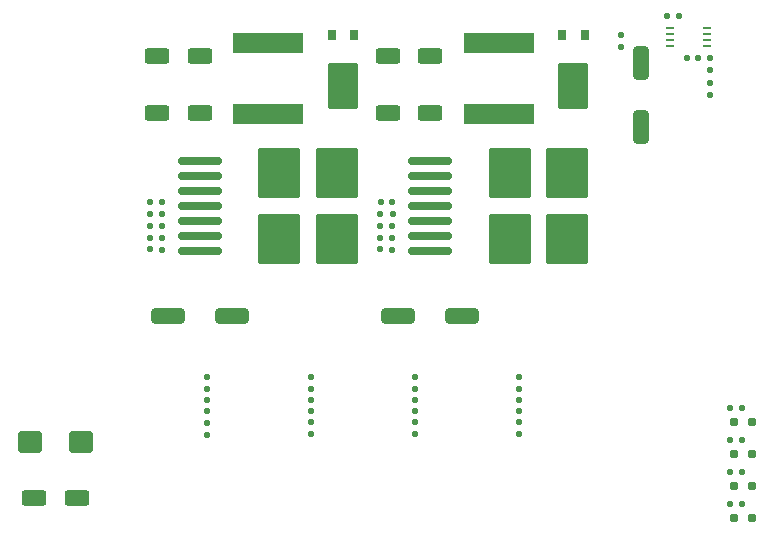
<source format=gbr>
%TF.GenerationSoftware,KiCad,Pcbnew,7.0.10-7.0.10~ubuntu22.04.1*%
%TF.CreationDate,2024-01-31T10:54:09+01:00*%
%TF.ProjectId,puissanceok,70756973-7361-46e6-9365-6f6b2e6b6963,rev?*%
%TF.SameCoordinates,Original*%
%TF.FileFunction,Paste,Top*%
%TF.FilePolarity,Positive*%
%FSLAX46Y46*%
G04 Gerber Fmt 4.6, Leading zero omitted, Abs format (unit mm)*
G04 Created by KiCad (PCBNEW 7.0.10-7.0.10~ubuntu22.04.1) date 2024-01-31 10:54:09*
%MOMM*%
%LPD*%
G01*
G04 APERTURE LIST*
G04 Aperture macros list*
%AMRoundRect*
0 Rectangle with rounded corners*
0 $1 Rounding radius*
0 $2 $3 $4 $5 $6 $7 $8 $9 X,Y pos of 4 corners*
0 Add a 4 corners polygon primitive as box body*
4,1,4,$2,$3,$4,$5,$6,$7,$8,$9,$2,$3,0*
0 Add four circle primitives for the rounded corners*
1,1,$1+$1,$2,$3*
1,1,$1+$1,$4,$5*
1,1,$1+$1,$6,$7*
1,1,$1+$1,$8,$9*
0 Add four rect primitives between the rounded corners*
20,1,$1+$1,$2,$3,$4,$5,0*
20,1,$1+$1,$4,$5,$6,$7,0*
20,1,$1+$1,$6,$7,$8,$9,0*
20,1,$1+$1,$8,$9,$2,$3,0*%
G04 Aperture macros list end*
%ADD10RoundRect,0.200000X-0.440000X1.200000X-0.440000X-1.200000X0.440000X-1.200000X0.440000X1.200000X0*%
%ADD11RoundRect,0.200000X0.840000X0.440000X-0.840000X0.440000X-0.840000X-0.440000X0.840000X-0.440000X0*%
%ADD12RoundRect,0.160000X1.120000X-1.800000X1.120000X1.800000X-1.120000X1.800000X-1.120000X-1.800000X0*%
%ADD13RoundRect,0.080000X0.300000X-0.320000X0.300000X0.320000X-0.300000X0.320000X-0.300000X-0.320000X0*%
%ADD14RoundRect,0.108000X-0.148000X0.108000X-0.148000X-0.108000X0.148000X-0.108000X0.148000X0.108000X0*%
%ADD15R,0.640000X0.240000*%
%ADD16RoundRect,0.108000X0.148000X-0.108000X0.148000X0.108000X-0.148000X0.108000X-0.148000X-0.108000X0*%
%ADD17RoundRect,0.108000X0.108000X0.148000X-0.108000X0.148000X-0.108000X-0.148000X0.108000X-0.148000X0*%
%ADD18RoundRect,0.175000X0.175000X0.205000X-0.175000X0.205000X-0.175000X-0.205000X0.175000X-0.205000X0*%
%ADD19RoundRect,0.200000X0.800000X0.720000X-0.800000X0.720000X-0.800000X-0.720000X0.800000X-0.720000X0*%
%ADD20RoundRect,0.112000X0.136000X-0.112000X0.136000X0.112000X-0.136000X0.112000X-0.136000X-0.112000X0*%
%ADD21R,6.000000X1.760000*%
%ADD22RoundRect,0.112000X0.112000X0.136000X-0.112000X0.136000X-0.112000X-0.136000X0.112000X-0.136000X0*%
%ADD23RoundRect,0.200000X-1.200000X-0.440000X1.200000X-0.440000X1.200000X0.440000X-1.200000X0.440000X0*%
%ADD24RoundRect,0.160000X-1.680000X-0.160000X1.680000X-0.160000X1.680000X0.160000X-1.680000X0.160000X0*%
%ADD25RoundRect,0.200000X-1.620000X-1.900000X1.620000X-1.900000X1.620000X1.900000X-1.620000X1.900000X0*%
%ADD26RoundRect,0.108000X-0.108000X-0.148000X0.108000X-0.148000X0.108000X0.148000X-0.108000X0.148000X0*%
%ADD27RoundRect,0.112000X-0.136000X0.112000X-0.136000X-0.112000X0.136000X-0.112000X0.136000X0.112000X0*%
%ADD28RoundRect,0.112000X-0.112000X-0.136000X0.112000X-0.136000X0.112000X0.136000X-0.112000X0.136000X0*%
G04 APERTURE END LIST*
D10*
%TO.C,C902*%
X99200000Y-56800000D03*
X99200000Y-62200000D03*
%TD*%
D11*
%TO.C,C304*%
X81300000Y-56200000D03*
X77700000Y-56200000D03*
%TD*%
D12*
%TO.C,D601*%
X73930000Y-58750000D03*
D13*
X72960000Y-54400000D03*
X74900000Y-54400000D03*
%TD*%
D14*
%TO.C,R902*%
X97500000Y-54390000D03*
X97500000Y-55410000D03*
%TD*%
D12*
%TO.C,D301*%
X93430000Y-58750000D03*
D13*
X92460000Y-54400000D03*
X94400000Y-54400000D03*
%TD*%
D15*
%TO.C,U901*%
X104750000Y-55350000D03*
X104750000Y-54850000D03*
X104750000Y-54350000D03*
X104750000Y-53850000D03*
X101650000Y-53850000D03*
X101650000Y-54350000D03*
X101650000Y-54850000D03*
X101650000Y-55350000D03*
%TD*%
D16*
%TO.C,R701*%
X88800000Y-88210000D03*
X88800000Y-87190000D03*
%TD*%
D17*
%TO.C,R603*%
X58620000Y-69610000D03*
X57600000Y-69610000D03*
%TD*%
%TO.C,R303*%
X78120000Y-69610000D03*
X77100000Y-69610000D03*
%TD*%
D18*
%TO.C,D105*%
X108587500Y-95300000D03*
X107012500Y-95300000D03*
%TD*%
D11*
%TO.C,C101*%
X51400000Y-93600000D03*
X47800000Y-93600000D03*
%TD*%
D19*
%TO.C,D101*%
X51750000Y-88900000D03*
X47450000Y-88900000D03*
%TD*%
D14*
%TO.C,R702*%
X88800000Y-83390000D03*
X88800000Y-84410000D03*
%TD*%
D20*
%TO.C,C602*%
X57600000Y-72580000D03*
X57600000Y-71620000D03*
%TD*%
D14*
%TO.C,R202*%
X62400000Y-83390000D03*
X62400000Y-84410000D03*
%TD*%
D18*
%TO.C,D104*%
X108587500Y-92600000D03*
X107012500Y-92600000D03*
%TD*%
D21*
%TO.C,L601*%
X67600000Y-61100000D03*
X67600000Y-55100000D03*
%TD*%
D16*
%TO.C,R501*%
X80000000Y-88210000D03*
X80000000Y-87190000D03*
%TD*%
%TO.C,R401*%
X71200000Y-88210000D03*
X71200000Y-87190000D03*
%TD*%
D20*
%TO.C,C302*%
X77100000Y-72580000D03*
X77100000Y-71620000D03*
%TD*%
D16*
%TO.C,R903*%
X105000000Y-57410000D03*
X105000000Y-56390000D03*
%TD*%
%TO.C,R201*%
X62400000Y-88310000D03*
X62400000Y-87290000D03*
%TD*%
D11*
%TO.C,C305*%
X81300000Y-61000000D03*
X77700000Y-61000000D03*
%TD*%
D22*
%TO.C,C303*%
X78080000Y-68600000D03*
X77120000Y-68600000D03*
%TD*%
D21*
%TO.C,L301*%
X87100000Y-61100000D03*
X87100000Y-55100000D03*
%TD*%
D14*
%TO.C,R502*%
X80000000Y-83390000D03*
X80000000Y-84410000D03*
%TD*%
D23*
%TO.C,C601*%
X59100000Y-78200000D03*
X64500000Y-78200000D03*
%TD*%
D22*
%TO.C,C603*%
X58580000Y-68600000D03*
X57620000Y-68600000D03*
%TD*%
D24*
%TO.C,U601*%
X61825000Y-65090000D03*
X61825000Y-66360000D03*
X61825000Y-67630000D03*
X61825000Y-68900000D03*
D25*
X68550000Y-66125000D03*
X68550000Y-71675000D03*
X73400000Y-66125000D03*
X73400000Y-71675000D03*
D24*
X61825000Y-70170000D03*
X61825000Y-71440000D03*
X61825000Y-72710000D03*
%TD*%
D26*
%TO.C,R103*%
X106690000Y-91400000D03*
X107710000Y-91400000D03*
%TD*%
%TO.C,R302*%
X77090000Y-70600000D03*
X78110000Y-70600000D03*
%TD*%
D27*
%TO.C,C903*%
X105000000Y-58520000D03*
X105000000Y-59480000D03*
%TD*%
D26*
%TO.C,R102*%
X106690000Y-88700000D03*
X107710000Y-88700000D03*
%TD*%
%TO.C,R602*%
X57590000Y-70600000D03*
X58610000Y-70600000D03*
%TD*%
D20*
%TO.C,C701*%
X88800000Y-86280000D03*
X88800000Y-85320000D03*
%TD*%
D14*
%TO.C,R301*%
X78100000Y-71600000D03*
X78100000Y-72620000D03*
%TD*%
D11*
%TO.C,C605*%
X61800000Y-61000000D03*
X58200000Y-61000000D03*
%TD*%
%TO.C,C604*%
X61800000Y-56200000D03*
X58200000Y-56200000D03*
%TD*%
D14*
%TO.C,R601*%
X58600000Y-71600000D03*
X58600000Y-72620000D03*
%TD*%
D20*
%TO.C,C201*%
X62400000Y-86280000D03*
X62400000Y-85320000D03*
%TD*%
D18*
%TO.C,D102*%
X108575000Y-87200000D03*
X107000000Y-87200000D03*
%TD*%
D26*
%TO.C,R104*%
X106690000Y-94100000D03*
X107710000Y-94100000D03*
%TD*%
D20*
%TO.C,C401*%
X71200000Y-86280000D03*
X71200000Y-85320000D03*
%TD*%
D23*
%TO.C,C301*%
X78600000Y-78200000D03*
X84000000Y-78200000D03*
%TD*%
D24*
%TO.C,U301*%
X81325000Y-65090000D03*
X81325000Y-66360000D03*
X81325000Y-67630000D03*
X81325000Y-68900000D03*
D25*
X88050000Y-66125000D03*
X88050000Y-71675000D03*
X92900000Y-66125000D03*
X92900000Y-71675000D03*
D24*
X81325000Y-70170000D03*
X81325000Y-71440000D03*
X81325000Y-72710000D03*
%TD*%
D18*
%TO.C,D103*%
X108587500Y-89900000D03*
X107012500Y-89900000D03*
%TD*%
D20*
%TO.C,C501*%
X80000000Y-86280000D03*
X80000000Y-85320000D03*
%TD*%
D28*
%TO.C,C901*%
X103020000Y-56400000D03*
X103980000Y-56400000D03*
%TD*%
D26*
%TO.C,R101*%
X106690000Y-86000000D03*
X107710000Y-86000000D03*
%TD*%
%TO.C,R901*%
X101380000Y-52800000D03*
X102400000Y-52800000D03*
%TD*%
D14*
%TO.C,R402*%
X71200000Y-83390000D03*
X71200000Y-84410000D03*
%TD*%
M02*

</source>
